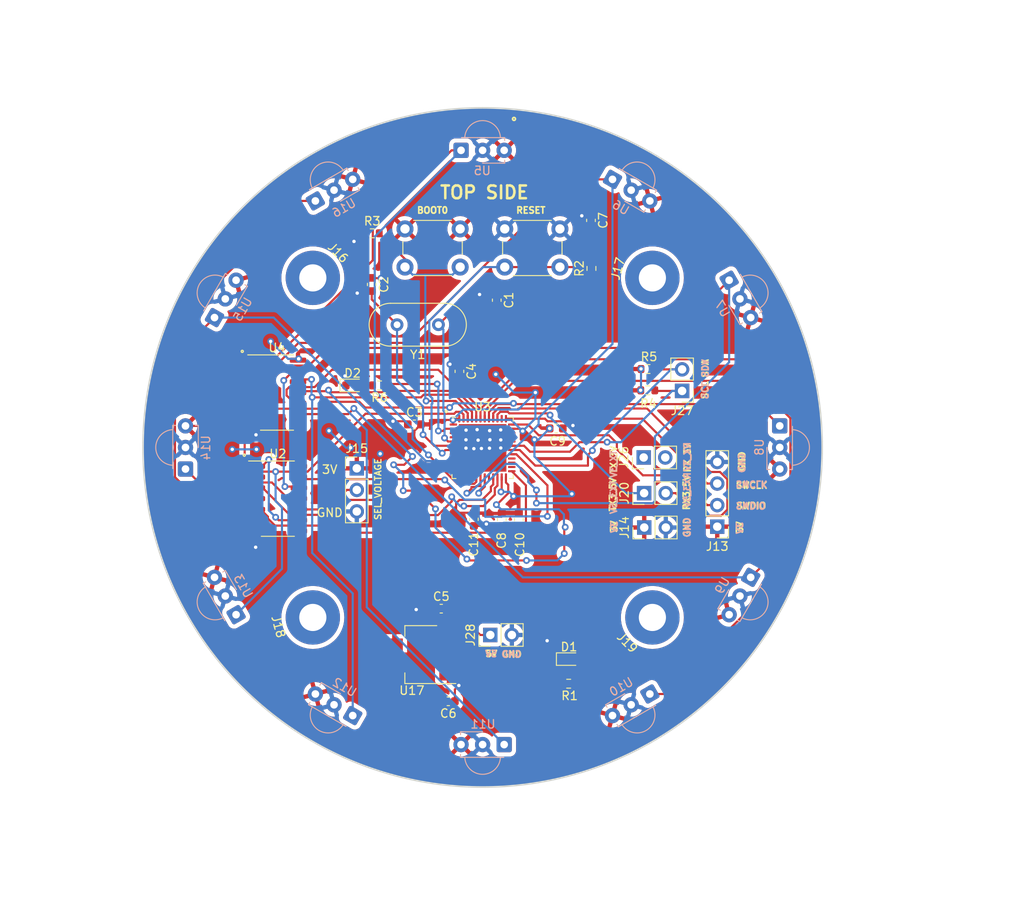
<source format=kicad_pcb>
(kicad_pcb (version 20221018) (generator pcbnew)
  (layers (0 "F.Cu" signal) (31 "B.Cu" signal) (34 "B.Paste" user) (35 "F.Paste" user) (36 "B.SilkS" user "B.Silkscreen") (37 "F.SilkS" user "F.Silkscreen") (38 "B.Mask" user) (39 "F.Mask" user) (44 "Edge.Cuts" user))
  (net 0 "")
  (net 1 "Net-(U3-PF0)")
  (net 2 "Net-(U3-PF1)")
  (net 3 "RESET")
  (net 4 "GND")
  (net 5 "+3.3V")
  (net 6 "OUT_GATE")
  (net 7 "Net-(J15-Pin_2)")
  (net 8 "Net-(U2-E)")
  (net 9 "Net-(D1-A)")
  (net 10 "I9")
  (net 11 "I10")
  (net 12 "I11")
  (net 13 "I12")
  (net 14 "TX")
  (net 15 "I1")
  (net 16 "BOOT0")
  (net 18 "RX")
  (net 19 "SCL")
  (net 20 "SDA")
  (net 21 "+5V")
  (net 22 "I2")
  (net 23 "I3")
  (net 24 "I4")
  (net 25 "I5")
  (net 26 "I6")
  (net 27 "I7")
  (net 28 "I8")
  (net 36 "LED0")
  (net 43 "SWDIO")
  (net 44 "SWCLK")
  (net 46 "TX3_5V")
  (net 47 "RX3_5V")
  (net 48 "TX_3V")
  (net 49 "RX_3V")
  (net 52 "Net-(U2-G)")
  (net 53 "Net-(U2-H)")
  (net 58 "Net-(D2-A)")
  (footprint "Resistor_SMD:R_0603_1608Metric" (layer "F.Cu") (at 123.55 93.67)
    (fp_text reference "R4")
    (fp_text value "4.7kR")
  )
  (footprint "Connector_PinHeader_2.54mm:PinHeader_1x02_P2.54mm_Vertical" (layer "F.Cu") (at 123.13 109.83 90)
    (fp_text reference "J14")
    (fp_text value "Conn_01x02_Pin")
  )
  (footprint "Resistor_SMD:R_0603_1608Metric" (layer "F.Cu") (at 123.575 91.16 180)
    (fp_text reference "R5")
    (fp_text value "4.7kR")
  )
  (footprint "Resistor_SMD:R_0603_1608Metric" (layer "F.Cu") (at 91.95 93.09 180)
    (fp_text reference "R6")
    (fp_text value "330R")
  )
  (footprint "Capacitor_SMD:C_0603_1608Metric" (layer "F.Cu") (at 96.05 97.68)
    (fp_text reference "C3")
    (fp_text value "100nF")
  )
  (footprint "Connector_PinHeader_2.54mm:PinHeader_1x04_P2.54mm_Vertical" (layer "F.Cu") (at 131.73 109.73 180)
    (fp_text reference "J13")
    (fp_text value "Conn_01x04_Pin")
  )
  (footprint "Package_DFN_QFN:QFN-48-1EP_7x7mm_P0.5mm_EP5.6x5.6mm" (layer "F.Cu") (at 104.09 100.45)
    (fp_text reference "U3")
    (fp_text value "STM32G431CBUx")
  )
  (footprint "Capacitor_SMD:C_0603_1608Metric" (layer "F.Cu") (at 112.76 98.16 180)
    (fp_text reference "C9")
    (fp_text value "100nF")
  )
  (footprint "Capacitor_SMD:C_0603_1608Metric" (layer "F.Cu") (at 91.03 81.2 -90)
    (fp_text reference "C2")
    (fp_text value "10pF")
  )
  (footprint "Package_SO:SO-14_3.9x8.65mm_P1.27mm" (layer "F.Cu") (at 79.97 106.43)
    (fp_text reference "U2")
    (fp_text value "HEF4082BT")
  )
  (footprint "Connector_PinHeader_2.54mm:PinHeader_1x02_P2.54mm_Vertical" (layer "F.Cu") (at 104.995 122.49 90)
    (fp_text reference "J28")
    (fp_text value "Conn_01x02_Pin")
  )
  (footprint "Capacitor_SMD:C_0603_1608Metric" (layer "F.Cu") (at 105.756 83.052 -90)
    (fp_text reference "C1")
    (fp_text value "10pF")
  )
  (footprint "Package_TO_SOT_SMD:SOT-223-3_TabPin2" (layer "F.Cu") (at 96.84 124.8 180)
    (fp_text reference "U17")
    (fp_text value "AMS1117-3.3")
  )
  (footprint "Capacitor_SMD:C_0603_1608Metric" (layer "F.Cu") (at 99.22 119.39)
    (fp_text reference "C5")
    (fp_text value "10uF")
  )
  (footprint "Capacitor_SMD:C_0603_1608Metric" (layer "F.Cu") (at 100.05 130.3 180)
    (fp_text reference "C6")
    (fp_text value "10uF")
  )
  (footprint "Resistor_SMD:R_0603_1608Metric" (layer "F.Cu") (at 114.23 128.23)
    (fp_text reference "R1")
    (fp_text value "330R")
  )
  (footprint "Capacitor_SMD:C_0603_1608Metric" (layer "F.Cu") (at 101.36 91.435 -90)
    (fp_text reference "C4")
    (fp_text value "100nF")
  )
  (footprint "MountingHole:MountingHole_3.2mm_M3_Pad" (layer "F.Cu") (at 84.09 80.425 -45)
    (fp_text reference "J16")
    (fp_text value "G")
  )
  (footprint "Capacitor_SMD:C_0603_1608Metric" (layer "F.Cu") (at 116.856 73.652 -90)
    (fp_text reference "C7")
    (fp_text value "100nF")
  )
  (footprint "Connector_PinHeader_2.54mm:PinHeader_1x02_P2.54mm_Vertical" (layer "F.Cu") (at 127.59 93.74 180)
    (fp_text reference "J27")
    (fp_text value "Conn_01x02_Pin")
  )
  (footprint "LED_SMD:LED_0603_1608Metric" (layer "F.Cu") (at 88.7725 93.09)
    (fp_text reference "D2")
    (fp_text value "LED")
  )
  (footprint "MountingHole:MountingHole_3.2mm_M3_Pad" (layer "F.Cu") (at 124.09 80.425 75)
    (fp_text reference "J17")
    (fp_text value "G")
  )
  (footprint "Resistor_SMD:R_0603_1608Metric" (layer "F.Cu") (at 116.91 79.31 90)
    (fp_text reference "R2")
    (fp_text value "10kR")
  )
  (footprint "Button_Switch_THT:SW_PUSH_6mm" (layer "F.Cu") (at 101.446 79.152 180)
    (fp_text reference "SW2" hide)
    (fp_text value "SW_Push")
  )
  (footprint "Connector_PinHeader_2.54mm:PinHeader_1x02_P2.54mm_Vertical" (layer "F.Cu") (at 123.115 105.78 90)
    (fp_text reference "J20")
    (fp_text value "Conn_01x02_Pin")
  )
  (footprint "MountingHole:MountingHole_3.2mm_M3_Pad" (layer "F.Cu") (at 124.09 120.425 135)
    (fp_text reference "J19")
    (fp_text value "G")
  )
  (footprint "Connector_PinHeader_2.54mm:PinHeader_1x03_P2.54mm_Vertical" (layer "F.Cu") (at 89.27 102.86)
    (fp_text reference "J15")
    (fp_text value "SEL_VOLTAGE")
  )
  (footprint "Capacitor_SMD:C_0603_1608Metric" (layer "F.Cu") (at 103.06 108.865 90)
    (fp_text reference "C11")
    (fp_text value "100nF")
  )
  (footprint "Crystal:Crystal_HC49-4H_Vertical" (layer "F.Cu") (at 98.89 85.94 180)
    (fp_text reference "Y1")
    (fp_text value "Crystal")
  )
  (footprint "Capacitor_SMD:C_0603_1608Metric" (layer "F.Cu") (at 106.35 108.88 90)
    (fp_text reference "C8")
    (fp_text value "100nF")
  )
  (footprint "LED_SMD:LED_0603_1608Metric" (layer "F.Cu") (at 114.2675 125.33)
    (fp_text reference "D1")
    (fp_text value "LED")
  )
  (footprint "MountingHole:MountingHole_3.2mm_M3_Pad" (layer "F.Cu") (at 84.09 120.425 105)
    (fp_text reference "J18")
    (fp_text value "G")
  )
  (footprint "Capacitor_SMD:C_0603_1608Metric" (layer "F.Cu") (at 108.36 108.89 90)
    (fp_text reference "C10")
    (fp_text value "4.7uF")
  )
  (footprint "Package_SO:SO-14_3.9x8.65mm_P1.27mm" (layer "F.Cu") (at 79.87 93.93)
    (fp_text reference "U4")
    (fp_text value "HEF4082BT")
  )
  (footprint "Connector_PinHeader_2.54mm:PinHeader_1x02_P2.54mm_Vertical" (layer "F.Cu") (at 123.065 101.58 90)
    (fp_text reference "J26")
    (fp_text value "Conn_01x02_Pin")
  )
  (footprint "Button_Switch_THT:SW_PUSH_6mm" (layer "F.Cu") (at 113.196 79.152 180)
    (fp_text reference "SW1" hide)
    (fp_text value "SW_Push")
  )
  (footprint "Resistor_SMD:R_0603_1608Metric" (layer "F.Cu") (at 91.09 75.17)
    (fp_text reference "R3")
    (fp_text value "10kR")
  )
  (footprint "Vishay:Vishay_MINICAST-3Pin" (layer "B.Cu") (at 86.59 70.0891 30)
    (fp_text reference "U16")
    (fp_text value "TSSP4038")
  )
  (footprint "Vishay:Vishay_MINICAST-3Pin" (layer "B.Cu") (at 121.59 130.7109 -150)
    (fp_text reference "U10")
    (fp_text value "TSSP4038")
  )
  (footprint "Vishay:Vishay_MINICAST-3Pin" (layer "B.Cu") (at 121.59 70.0891 -30)
    (fp_text reference "U6")
    (fp_text value "TSSP4038")
  )
  (footprint "Vishay:Vishay_MINICAST-3Pin" (layer "B.Cu") (at 139.09 100.4 -90)
    (fp_text reference "U8")
    (fp_text value "TSSP4038")
  )
  (footprint "Vishay:Vishay_MINICAST-3Pin" (layer "B.Cu") (at 134.4009 117.9 -120)
    (fp_text reference "U9")
    (fp_text value "TSSP4038")
  )
  (footprint "Vishay:Vishay_MINICAST-3Pin" (layer "B.Cu") (at 86.59 130.7109 150)
    (fp_text reference "U12")
    (fp_text value "TSSP4038")
  )
  (footprint "Vishay:Vishay_MINICAST-3Pin" (layer "B.Cu") (at 104.09 135.4 180)
    (fp_text reference "U11")
    (fp_text value "TSSP4038")
  )
  (footprint "Vishay:Vishay_MINICAST-3Pin" (layer "B.Cu") (at 134.4009 82.9 -60)
    (fp_text reference "U7")
    (fp_text value "TSSP4038")
  )
  (footprint "Vishay:Vishay_MINICAST-3Pin" (layer "B.Cu") (at 73.7791 82.9 60)
    (fp_text reference "U15")
    (fp_text value "TSSP4038")
  )
  (footprint "Vishay:Vishay_MINICAST-3Pin" (layer "B.Cu") (at 73.7791 117.9 120)
    (fp_text reference "U13")
    (fp_text value "TSSP4038")
  )
  (footprint "Vishay:Vishay_MINICAST-3Pin" (layer "B.Cu") (at 104.09 65.4)
    (fp_text reference "U5")
    (fp_text value "TSSP4038")
  )
  (footprint "Vishay:Vishay_MINICAST-3Pin" (layer "B.Cu") (at 69.09 100.4 90)
    (fp_text reference "U14")
    (fp_text value "TSSP4038")
  )
  (gr_circle (center 99.82 96.17) (end 99.85 96.13) (stroke (width 0.15)) (fill none) (layer "F.SilkS"))
  (gr_circle (center 76.02 101.31) (end 76.05 101.27) (stroke (width 0.15)) (fill none) (layer "F.SilkS"))
  (gr_circle (center 107.79 61.7) (end 107.860711 61.7) (stroke (width 0.2)) (fill none) (layer "F.SilkS"))
  (gr_circle (center 75.78 89.08) (end 75.81 89.04) (stroke (width 0.15)) (fill none) (layer "F.SilkS"))
  (gr_circle (center 104.09 100.4) (end 144.09 100.4) (stroke (width 0.2)) (fill none) (layer "Edge.Cuts"))
  (gr_text "3V" (at 120.04 108.97 90) (layer "B.SilkS") (effects (font (size 0.75 0.75) (thickness 0.1875) bold) (justify left bottom mirror)))
  (gr_text "SDA" (at 129.82 92.26 -90) (layer "B.SilkS") (effects (font (size 0.75 0.75) (thickness 0.1875) bold) (justify left bottom mirror)))
  (gr_text "5V" (at 105.89 125.15) (layer "B.SilkS") (effects (font (size 0.75 0.75) (thickness 0.1875) bold) (justify left bottom mirror)))
  (gr_text "TX_3V" (at 119.96 100.614 90) (layer "B.SilkS") (effects (font (size 0.75 0.75) (thickness 0.1875) bold) (justify left bottom mirror)))
  (gr_text "GND" (at 108.74 125.2) (layer "B.SilkS") (effects (font (size 0.75 0.75) (thickness 0.1875) bold) (justify left bottom mirror)))
  (gr_text "3V" (at 134.826 109.088 90) (layer "B.SilkS") (effects (font (size 0.75 0.75) (thickness 0.1875) bold) (justify left bottom mirror)))
  (gr_text "SCL" (at 129.81 94.82 -90) (layer "B.SilkS") (effects (font (size 0.75 0.75) (thickness 0.1875) bold) (justify left bottom mirror)))
  (gr_text "SWDIO" (at 133.81 106.802 180) (layer "B.SilkS") (effects (font (size 0.75 0.75) (thickness 0.1875) bold) (justify left bottom mirror)))
  (gr_text "GND" (at 128.643 108.556 90) (layer "B.SilkS") (effects (font (size 0.75 0.75) (thickness 0.1875) bold) (justify left bottom mirror)))
  (gr_text "SWCLK" (at 133.81 104.262 180) (layer "B.SilkS") (effects (font (size 0.75 0.75) (thickness 0.1875) bold) (justify left bottom mirror)))
  (gr_text "TX3_5V" (at 119.96 104.17 90) (layer "B.SilkS") (effects (font (size 0.75 0.75) (thickness 0.1875) bold) (justify left bottom mirror)))
  (gr_text "RX_3V" (at 128.643 99.666 90) (layer "B.SilkS") (effects (font (size 0.75 0.75) (thickness 0.1875) bold) (justify left bottom mirror)))
  (gr_text "RX3_5V" (at 128.643 103.222 90) (layer "B.SilkS") (effects (font (size 0.75 0.75) (thickness 0.1875) bold) (justify left bottom mirror)))
  (gr_text "GND" (at 135.08 100.96 90) (layer "B.SilkS") (effects (font (size 0.75 0.75) (thickness 0.1875) bold) (justify left bottom mirror)))
  (gr_text "RX_3V" (at 128.655 103.43 90) (layer "F.SilkS") (effects (font (size 0.75 0.75) (thickness 0.1875) bold) (justify left bottom)))
  (gr_text "GND" (at 135.08 103.31 90) (layer "F.SilkS") (effects (font (size 0.75 0.75) (thickness 0.1875) bold) (justify left bottom)))
  (gr_text "3V" (at 134.83 110.61 90) (layer "F.SilkS") (effects (font (size 0.75 0.75) (thickness 0.1875) bold) (justify left bottom)))
  (gr_text "SCL" (at 130.72 94.8 90) (layer "F.SilkS") (effects (font (size 0.75 0.75) (thickness 0.1875) bold) (justify left bottom)))
  (gr_text "BOOT0" (at 96.266 72.898) (layer "F.SilkS") (effects (font (size 0.75 0.75) (thickness 0.1875) bold) (justify left bottom)))
  (gr_text "GND" (at 86.08 108.08) (layer "F.SilkS") (effects (font (size 1 1))))
  (gr_text "RESET" (at 107.95 72.898) (layer "F.SilkS") (effects (font (size 0.75 0.75) (thickness 0.1875) bold) (justify left bottom)))
  (gr_text "RX3_5V" (at 128.555 107.88 90) (layer "F.SilkS") (effects (font (size 0.75 0.75) (thickness 0.1875) bold) (justify left bottom)))
  (gr_text "SWDIO" (at 133.88 107.71) (layer "F.SilkS") (effects (font (size 0.75 0.75) (thickness 0.1875) bold) (justify left bottom)))
  (gr_text "3V" (at 86.08 103) (layer "F.SilkS") (effects (font (size 1 1))))
  (gr_text "3V" (at 120.01 110.51 90) (layer "F.SilkS") (effects (font (size 0.75 0.75) (thickness 0.1875) bold) (justify left bottom)))
  (gr_text "TX3_5V" (at 119.872 108.028 90) (layer "F.SilkS") (effects (font (size 0.75 0.75) (thickness 0.1875) bold) (justify left bottom)))
  (gr_text "GND" (at 128.605 111.08 90) (layer "F.SilkS") (effects (font (size 0.75 0.75) (thickness 0.1875) bold) (justify left bottom)))
  (gr_text "5V" (at 104.32 125.14) (layer "F.SilkS") (effects (font (size 0.75 0.75) (thickness 0.1875) bold) (justify left bottom)))
  (gr_text "TX_3V" (at 119.972 103.578 90) (layer "F.SilkS") (effects (font (size 0.75 0.75) (thickness 0.1875) bold) (justify left bottom)))
  (gr_text "TOP SIDE" (at 104.3 70.358) (layer "F.SilkS") (effects (font (size 1.5 1.5) (thickness 0.3))))
  (gr_text "GND" (at 106.27 125.2) (layer "F.SilkS") (effects (font (size 0.75 0.75) (thickness 0.1875) bold) (justify left bottom)))
  (gr_text "SWCLK" (at 133.83 105.31) (layer "F.SilkS") (effects (font (size 0.75 0.75) (thickness 0.1875) bold) (justify left bottom)))
  (gr_text "SDA" (at 130.76 92.26 90) (layer "F.SilkS") (effects (font (size 0.75 0.75) (thickness 0.1875) bold) (justify left bottom)))
  (segment (start 98.89 85.94) (end 101.003 83.827) (width 0.25) (layer "F.Cu") (net 1))
  (segment (start 101.003 83.827) (end 105.756 83.827) (width 0.25) (layer "F.Cu") (net 1))
  (segment (start 100.0248 99.7) (end 100.6525 99.7) (width 0.25) (layer "F.Cu") (net 1))
  (segment (start 99.6072 99.2824) (end 100.0248 99.7) (width 0.25) (layer "F.Cu") (net 1))
  (via (at 99.6072 99.2824) (size 0.8) (drill 0.4) (layers "F.Cu" "B.Cu") (net 1))
  (segment (start 98.89 85.94) (end 99.4678 86.5178) (width 0.25) (layer "B.Cu") (net 1))
  (segment (start 99.4678 96.0725) (end 99.6071 96.2118) (width 0.25) (layer "B.Cu") (net 1))
  (segment (start 99.6071 99.2824) (end 99.6072 99.2824) (width 0.25) (layer "B.Cu") (net 1))
  (segment (start 99.6071 96.2118) (end 99.6071 99.2824) (width 0.25) (layer "B.Cu") (net 1))
  (segment (start 99.4678 86.5178) (end 99.4678 96.0725) (width 0.25) (layer "B.Cu") (net 1))
  (segment (start 94.01 85.94) (end 91.03 82.96) (width 0.25) (layer "F.Cu") (net 2))
  (segment (start 91.03 82.96) (end 91.03 81.975) (width 0.25) (layer "F.Cu") (net 2))
  (segment (start 100.6525 100.2) (end 98.3816 100.2) (width 0.25) (layer "F.Cu") (net 2))
  (segment (start 98.3816 100.2) (end 97.0754 98.8938) (width 0.25) (layer "F.Cu") (net 2))
  (via (at 97.0754 98.8938) (size 0.8) (drill 0.4) (layers "F.Cu" "B.Cu") (net 2))
  (segment (start 94.01 85.94) (end 94.01 92.5204) (width 0.25) (layer "B.Cu") (net 2))
  (segment (start 94.01 92.5204) (end 97.0754 95.5858) (width 0.25) (layer "B.Cu") (net 2))
  (segment (start 97.0754 95.5858) (end 97.0754 98.8938) (width 0.25) (layer "B.Cu") (net 2))
  (segment (start 113.196 79.152) (end 116.189 79.152) (width 0.25) (layer "F.Cu") (net 3))
  (segment (start 116.856 78.485) (end 116.91 78.485) (width 0.25) (layer "F.Cu") (net 3))
  (segment (start 116.856 78.485) (end 116.856 74.427) (width 0.25) (layer "F.Cu") (net 3))
  (segment (start 99.7068 100.7) (end 100.6525 100.7) (width 0.25) (layer "F.Cu") (net 3))
  (segment (start 99.3307 101.0761) (end 99.7068 100.7) (width 0.25) (layer "F.Cu") (net 3))
  (segment (start 106.696 79.152) (end 113.196 79.152) (width 0.25) (layer "F.Cu") (net 3))
  (segment (start 116.189 79.152) (end 116.856 78.485) (width 0.25) (layer "F.Cu") (net 3))
  (via (at 99.3307 101.0761) (size 0.8) (drill 0.4) (layers "F.Cu" "B.Cu") (net 3))
  (segment (start 98.0749 95.3126) (end 98.1658 95.2217) (width 0.25) (layer "B.Cu") (net 3))
  (segment (start 99.3307 101.0761) (end 98.0749 99.8203) (width 0.25) (layer "B.Cu") (net 3))
  (segment (start 98.1658 94.6179) (end 97.8116 94.2637) (width 0.25) (layer "B.Cu") (net 3))
  (segment (start 104.1464 79.152) (end 106.696 79.152) (width 0.25) (layer "B.Cu") (net 3))
  (segment (start 98.1658 95.2217) (end 98.1658 94.6179) (width 0.25) (layer "B.Cu") (net 3))
  (segment (start 98.0749 99.8203) (end 98.0749 95.3126) (width 0.25) (layer "B.Cu") (net 3))
  (segment (start 97.8116 85.4868) (end 104.1464 79.152) (width 0.25) (layer "B.Cu") (net 3))
  (segment (start 97.8116 94.2637) (end 97.8116 85.4868) (width 0.25) (layer "B.Cu") (net 3))
  (segment (start 98.3396 119.4954) (end 98.445 119.39) (width 0.25) (layer "F.Cu") (net 4))
  (segment (start 103.95 100.52) (end 104.02 100.52) (width 0.25) (layer "F.Cu") (net 4))
  (segment (start 113.48 124.9533) (end 113.48 125.33) (width 0.25) (layer "F.Cu") (net 4))
  (segment (start 99.99 127.1) (end 99.99 128.1769) (width 0.25) (layer "F.Cu") (net 4))
  (segment (start 106.335 109.64) (end 106.35 109.655) (width 0.25) (layer "F.Cu") (net 4))
  (segment (start 106.35 109.655) (end 108.35 109.655) (width 0.25) (layer "F.Cu") (net 4))
  (segment (start 90.265 75.17) (end 89.9 75.17) (width 0.25) (layer "F.Cu") (net 4))
  (segment (start 103.7298 82.3805) (end 105.6525 82.3805) (width 0.25) (layer "F.Cu") (net 4))
  (segment (start 89.32 82.135) (end 91.03 80.425) (width 0.25) (layer "F.Cu") (net 4))
  (segment (start 103.06 109.64) (end 104.5311 109.64) (width 0.25) (layer "F.Cu") (net 4))
  (segment (start 100.2401 90.5964) (end 101.2964 90.5964) (width 0.25) (layer "F.Cu") (net 4))
  (segment (start 104.5311 109.64) (end 104.5311 109.418) (width 0.25) (layer "F.Cu") (net 4))
  (segment (start 89.32 82.22) (end 89.32 82.135) (width 0.25) (layer "F.Cu") (net 4))
  (segment (start 111.6919 123.1652) (end 113.48 124.9533) (width 0.25) (layer "F.Cu") (net 4))
  (segment (start 77.395 98.91) (end 77.395 97.74) (width 0.25) (layer "F.Cu") (net 4))
  (segment (start 96.2676 119.4954) (end 98.3396 119.4954) (width 0.25) (layer "F.Cu") (net 4))
  (segment (start 93.5333 97.3126) (end 94.9076 97.3126) (width 0.25) (layer "F.Cu") (net 4))
  (segment (start 114.7293 97.8136) (end 113.8814 97.8136) (width 0.25) (layer "F.Cu") (net 4))
  (segment (start 115.7734 73.1094) (end 116.6236 73.1094) (width 0.25) (layer "F.Cu") (net 4))
  (segment (start 89.9 75.17) (end 88.94 76.13) (width 0.25) (layer "F.Cu") (net 4))
  (segment (start 94.9076 97.3126) (end 95.275 97.68) (width 0.25) (layer "F.Cu") (net 4))
  (segment (start 108.35 109.655) (end 108.36 109.665) (width 0.25) (layer "F.Cu") (net 4))
  (segment (start 101.2964 90.5964) (end 101.36 90.66) (width 0.25) (layer "F.Cu") (net 4))
  (segment (start 87.985 92.0885) (end 87.985 93.09) (width 0.25) (layer "F.Cu") (net 4))
  (segment (start 91.03 80.425) (end 91.0639 80.4589) (width 0.25) (layer "F.Cu") (net 4))
  (segment (start 87.8748 91.9783) (end 87.985 92.0885) (width 0.25) (layer "F.Cu") (net 4))
  (segment (start 101.2898 128.4383) (end 100.825 128.9031) (width 0.25) (layer "F.Cu") (net 4))
  (segment (start 104.5311 109.64) (end 106.335 109.64) (width 0.25) (layer "F.Cu") (net 4))
  (segment (start 101.0284 128.1769) (end 99.99 128.1769) (width 0.25) (layer "F.Cu") (net 4))
  (segment (start 77.495 112.0133) (end 77.495 110.24) (width 0.25) (layer "F.Cu") (net 4))
  (segment (start 105.6525 82.3805) (end 105.756 82.277) (width 0.25) (layer "F.Cu") (net 4))
  (segment (start 113.8814 97.8136) (end 113.535 98.16) (width 0.25) (layer "F.Cu") (net 4))
  (segment (start 104.02 100.52) (end 104.09 100.45) (width 0.25) (layer "F.Cu") (net 4))
  (segment (start 116.6236 73.1094) (end 116.856 72.877) (width 0.25) (layer "F.Cu") (net 4))
  (segment (start 91.0639 80.4589) (end 92.1279 80.4589) (width 0.25) (layer "F.Cu") (net 4))
  (segment (start 100.825 128.9031) (end 100.825 130.3) (width 0.25) (layer "F.Cu") (net 4))
  (segment (start 101.2898 128.4383) (end 101.0284 128.1769) (width 0.25) (layer "F.Cu") (net 4))
  (segment (start 77.3547 112.1536) (end 77.495 112.0133) (width 0.25) (layer "F.Cu") (net 4))
  (via (at 104.95 99.49) (size 0.8) (drill 0.4) (layers "F.Cu" "B.Cu") (net 4))
  (via (at 106.23 99.51) (size 0.8) (drill 0.4) (layers "F.Cu" "B.Cu") (net 4))
  (via (at 93.5333 97.3126) (size 0.8) (drill 0.4) (layers "F.Cu" "B.Cu") (net 4))
  (via (at 102.13 100.48) (size 0.8) (drill 0.4) (layers "F.Cu" "B.Cu") (net 4))
  (via (at 103.7298 82.3805) (size 0.8) (drill 0.4) (layers "F.Cu" "B.Cu") (net 4))
  (via (at 114.7293 97.8136) (size 0.8) (drill 0.4) (layers "F.Cu" "B.Cu") (net 4))
  (via (at 104.9 100.49) (size 0.8) (drill 0.4) (layers "F.Cu" "B.Cu") (net 4))
  (via (at 104.5311 109.418) (size 0.8) (drill 0.4) (layers "F.Cu" "B.Cu") (net 4))
  (via (at 103.06 100.54) (size 0.8) (drill 0.4) (layers "F.Cu" "B.Cu") (net 4))
  (via (at 103.56 99.54) (size 0.8) (drill 0.4) (layers "F.Cu" "B.Cu") (net 4))
  (via (at 89.32 82.22) (size 0.8) (drill 0.4) (layers "F.Cu" "B.Cu") (net 4))
  (via (at 102.13 99.5) (size 0.8) (drill 0.4) (layers "F.Cu" "B.Cu") (net 4))
  (via (at 106.23 100.46) (size 0.8) (drill 0.4) (layers "F.Cu" "B.Cu") (net 4))
  (via (at 103.44 98.3) (size 0.8) (drill 0.4) (layers "F.Cu" "B.Cu") (net 4))
  (via (at 102.14 98.36) (size 0.8) (drill 0.4) (layers "F.Cu" "B.Cu") (net 4))
  (via (at 77.3547 112.1536) (size 0.8) (drill 0.4) (layers "F.Cu" "B.Cu") (net 4))
  (via (at 106.22 98.33) (size 0.8) (drill 0.4) (layers "F.Cu" "B.Cu") (net 4))
  (via (at 77.395 98.91) (size 0.8) (drill 0.4) (layers "F.Cu" "B.Cu") (net 4))
  (via (at 111.6919 123.1652) (size 0.8) (drill 0.4) (layers "F.Cu" "B.Cu") (net 4))
  (via (at 101.2898 128.4383) (size 0.8) (drill 0.4) (layers "F.Cu" "B.Cu") (net 4))
  (via (at 96.2676 119.4954) (size 0.8) (drill 0.4) (layers "F.Cu" "B.Cu") (net 4))
  (via (at 115.7734 73.1094) (size 0.8) (drill 0.4) (layers "F.Cu" "B.Cu") (net 4))
  (via (at 87.8748 91.9783) (size 0.8) (drill 0.4) (layers "F.Cu" "B.Cu") (net 4))
  (via (at 88.94 76.13) (size 0.8) (drill 0.4) (layers "F.Cu" "B.Cu") (net 4))
  (via (at 104.92 98.42) (size 0.8) (drill 0.4) (layers "F.Cu" "B.Cu") (net 4))
  (via (at 103.95 100.52) (size 0.8) (drill 0.4) (layers "F.Cu" "B.Cu") (net 4))
  (via (at 100.2401 90.5964) (size 0.8) (drill 0.4) (layers "F.Cu" "B.Cu") (net 4))
  (via (at 92.1279 80.4589) (size 0.8) (drill 0.4) (layers "F.Cu" "B.Cu") (net 4))
  (segment (start 89.32 76.51) (end 89.32 82.22) (width 0.25) (layer "B.Cu") (net 4))
  (segment (start 93.5333 98.132195) (end 97.400255 101.99915) (width 0.25) (layer "B.Cu") (net 4))
  (segment (start 100.61085 101.99915) (end 102.13 100.48) (width 0.25) (layer "B.Cu") (net 4))
  (segment (start 102.14 99.51) (end 102.13 99.5) (width 3) (layer "B.Cu") (net 4))
  (segment (start 106.23 99.51) (end 102.14 99.51) (width 3) (layer "B.Cu") (net 4))
  (segment (start 88.94 76.13) (end 89.32 76.51) (width 0.25) (layer "B.Cu") (net 4))
  (segment (start 97.400255 101.99915) (end 100.61085 101.99915) (width 0.25) (layer "B.Cu") (net 4))
  (segment (start 93.5333 97.3126) (end 93.5333 98.132195) (width 0.25) (layer "B.Cu") (net 4))
  (segment (start 82.445 100.955) (end 77.785 100.955) (width 0.25) (layer "F.Cu") (net 5))
  (segment (start 89.27 102.86) (end 89.27 101.15) (width 0.25) (layer "F.Cu") (net 5))
  (segment (start 100.7426 97.0125) (end 100.6 97.1551) (width 0.25) (layer "F.Cu") (net 5))
  (segment (start 110.151219 99.52) (end 108.66 99.52) (width 0.25) (layer "F.Cu") (net 5))
  (segment (start 100.6 97.1551) (end 100.6 97.6475) (width 0.25) (layer "F.Cu") (net 5))
  (segment (start 82.345 90.035) (end 82.42 89.96) (width 0.25) (layer "F.Cu") (net 5))
  (segment (start 105.34 104.757565) (end 105.0645 105.033065) (width 0.25) (layer "F.Cu") (net 5))
  (segment (start 108.54 98.2) (end 108.81 98.47) (width 0.25) (layer "F.Cu") (net 5))
  (segment (start 82.445 102.62) (end 82.445 100.955) (width 0.25) (layer "F.Cu") (net 5))
  (segment (start 100.9701 107.7301) (end 101.33 108.09) (width 0.25) (layer "F.Cu") (net 5))
  (segment (start 104.0309 106.5791) (end 101.3609 106.5791) (width 0.25) (layer "F.Cu") (net 5))
  (segment (start 96.825 97.68) (end 97.65 97.68) (width 0.25) (layer "F.Cu") (net 5))
  (segment (start 84.97 98.43) (end 86 98.43) (width 0.25) (layer "F.Cu") (net 5))
  (segment (start 106.34 105.540707) (end 106.34 103.8875) (width 0.25) (layer "F.Cu") (net 5))
  (segment (start 108.36 108.115) (end 106.36 108.115) (width 0.25) (layer "F.Cu") (net 5))
  (segment (start 77.785 100.955) (end 77.45 100.62) (width 0.25) (layer "F.Cu") (net 5))
  (segment (start 82.345 90.12) (end 82.345 90.035) (width 0.25) (layer "F.Cu") (net 5))
  (segment (start 71.84 97.86) (end 74.6 100.62) (width 0.25) (layer "F.Cu") (net 5))
  (segment (start 106.35 108.105) (end 103.075 108.105) (width 0.25) (layer "F.Cu") (net 5))
  (segment (start 107.5275 98.2) (end 108.54 98.2) (width 0.25) (layer "F.Cu") (net 5))
  (segment (start 106.36 108.115) (end 106.35 108.105) (width 0.25) (layer "F.Cu") (net 5))
  (segment (start 118.56 109.83) (end 123.13 109.83) (width 0.25) (layer "F.Cu") (net 5))
  (segment (start 103.075 108.105) (end 103.06 108.09) (width 0.25) (layer "F.Cu") (net 5))
  (segment (start 114.6 105.87) (end 118.56 109.83) (width 0.25) (layer "F.Cu") (net 5))
  (segment (start 105.21 92.21) (end 101.36 92.21) (width 0.25) (layer "F.Cu") (net 5))
  (segment (start 105.64 91.78) (end 105.21 92.21) (width 0.25) (layer "F.Cu") (net 5))
  (segment (start 101.34 97.0125) (end 100.7426 97.0125) (width 0.25) (layer "F.Cu") (net 5))
  (segment (start 101.33 108.09) (end 103.06 108.09) (width 0.25) (layer "F.Cu") (net 5))
  (segment (start 98.1749 97.1551) (end 100.6 97.1551) (width 0.25) (layer "F.Cu") (net 5))
  (segment (start 100.6 97.6475) (end 100.6525 97.7) (width 0.25) (layer "F.Cu") (net 5))
  (segment (start 97.65 97.68) (end 98.1749 97.1551) (width 0.25) (layer "F.Cu") (net 5))
  (segment (start 110.195311 99.475908) (end 110.151219 99.52) (width 0.25) (layer "F.Cu") (net 5))
  (segment (start 108.66 99.52) (end 108.66 98.62) (width 0.25) (layer "F.Cu") (net 5))
  (segment (start 108.66 98.62) (end 108.81 98.47) (width 0.25) (layer "F.Cu") (net 5))
  (segment (start 101.3609 106.5791) (end 100.9701 106.9699) (width 0.25) (layer "F.Cu") (net 5))
  (segment (start 105.0645 105.5455) (end 104.0309 106.5791) (width 0.25) (layer "F.Cu") (net 5))
  (segment (start 100.9701 106.9699) (end 100.9701 107.7301) (width 0.25) (layer "F.Cu") (net 5))
  (segment (start 105.0645 105.033065) (end 105.0645 105.5455) (width 0.25) (layer "F.Cu") (net 5))
  (segment (start 89.27 101.15) (end 88.55 100.43) (width 0.25) (layer "F.Cu") (net 5))
  (segment (start 105.34 103.8875) (end 105.34 104.757565) (width 0.25) (layer "F.Cu") (net 5))
  (segment (start 82.445 100.955) (end 84.97 98.43) (width 0.25) (layer "F.Cu") (net 5))
  (segment (start 69.09 97.86) (end 71.84 97.86) (width 0.25) (layer "F.Cu") (net 5))
  (segment (start 93.365 101.14) (end 92.03 101.14) (width 0.25) (layer "F.Cu") (net 5))
  (segment (start 96.825 97.68) (end 93.365 101.14) (width 0.25) (layer "F.Cu") (net 5))
  (segment (start 106.251253 105.629454) (end 106.34 105.540707) (width 0.25) (layer "F.Cu") (net 5))
  (via (at 100.6 97.1551) (size 0.8) (drill 0.4) (layers "F.Cu" "B.Cu") (net 5))
  (via (at 82.42 89.96) (size 0.8) (drill 0.4) (layers "F.Cu" "B.Cu") (net 5))
  (via (at 86 98.43) (size 0.8) (drill 0.4) (layers "F.Cu" "B.Cu") (net 5))
  (via (at 110.31 93.93) (size 0.8) (drill 0.4) (layers "F.Cu" "B.Cu") (net 5))
  (via (at 92.03 101.14) (size 0.8) (drill 0.4) (layers "F.Cu" "B.Cu") (net 5))
  (via (at 74.6 100.62) (size 0.8) (drill 0.4) (layers "F.Cu" "B.Cu") (net 5))
  (via (at 114.6 105.87) (size 0.8) (drill 0.4) (layers "F.Cu" "B.Cu") (net 5))
  (via (at 77.45 100.62) (size 0.8) (drill 0.4) (layers "F.Cu" "B.Cu") (net 5))
  (via (at 110.195311 99.475908) (size 0.8) (drill 0.4) (layers "F.Cu" "B.Cu") (net 5))
  (via (at 106.251253 105.629454) (size 0.8) (drill 0.4) (layers "F.Cu" "B.Cu") (net 5))
  (via (at 122.75 91.14) (size 0.8) (drill 0.4) (layers "F.Cu" "B.Cu") (net 5))
  (via (at 82.42 89.96) (size 0.8) (drill 0.4) (layers "F.Cu" "B.Cu") (net 5))
  (via (at 122.7 93.66) (size 0.8) (drill 0.4) (layers "F.Cu" "B.Cu") (net 5))
  (via (at 88.55 100.43) (size 0.8) (drill 0.4) (layers "F.Cu" "B.Cu") (net 5))
  (via (at 108.81 98.47) (size 0.8) (drill 0.4) (layers "F.Cu" "B.Cu") (net 5))
  (via (at 79.12 87.9) (size 0.8) (drill 0.4) (layers "F.Cu" "B.Cu") (net 5))
  (via (at 111.985 98.16) (size 0.8) (drill 0.4) (layers "F.Cu" "B.Cu") (net 5))
  (via (at 105.64 91.78) (size 0.8) (drill 0.4) (layers "F.Cu" "B.Cu") (net 5))
  (via (at 107.742609 106.148444) (size 0.8) (drill 0.4) (layers "F.Cu" "B.Cu") (net 5))
  (segment (start 88.55 100.43) (end 88 100.43) (width 0.25) (layer "B.Cu") (net 5))
  (segment (start 100.6 97.1551) (end 101.8267 95.9284) (width 0.25) (layer "B.Cu") (net 5))
  (segment (start 110.195311 101.465311) (end 114.6 105.87) (width 0.25) (layer "B.Cu") (net 5))
  (segment (start 108.78 98.47) (end 108.81 98.47) (width 0.25) (layer "B.Cu") (net 5))
  (segment (start 110.31 96.97) (end 110.31 93.93) (width 0.25) (layer "B.Cu") (net 5))
  (segment (start 108.3116 95.9284) (end 110.31 93.93) (width 0.25) (layer "B.Cu") (net 5))
  (segment (start 107.742609 106.148444) (end 114.321556 106.148444) (width 0.25) (layer "B.Cu") (net 5))
  (segment (start 81.18 89.96) (end 79.12 87.9) (width 0.25) (layer "B.Cu") (net 5))
  (segment (start 114.321556 106.148444) (end 114.6 105.87) (width 0.25) (layer "B.Cu") (net 5))
  (segment (start 108.81 98.47) (end 110.31 96.97) (width 0.25) (layer "B.Cu") (net 5))
  (segment (start 107.223619 105.629454) (end 107.742609 106.148444) (width 0.25) (layer "B.Cu") (net 5))
  (segment (start 122.75 93.61) (end 122.7 93.66) (width 0.25) (layer "B.Cu") (net 5))
  (segment (start 107.4651 97.1551) (end 108.78 98.47) (width 0.25) (layer "B.Cu") (net 5))
  (segment (start 110.669092 99.475908) (end 111.985 98.16) (width 0.25) (layer "B.Cu") (net 5))
  (segment (start 122.75 91.14) (end 122.75 93.61) (width 0.25) (layer "B.Cu") (net 5))
  (segment (start 110.195311 99.475908) (end 110.195311 101.465311) (width 0.25) (layer "B.Cu") (net 5))
  (segment (start 77.45 100.62) (end 74.6 100.62) (width 0.25) (layer "B.Cu") (net 5))
  (segment (start 88 100.43) (end 86 98.43) (width 0.25) (layer "B.Cu") (net 5))
  (segment (start 107.79 93.93) (end 105.64 91.78) (width 0.25) (layer "B.Cu") (net 5))
  (segment (start 82.42 89.96) (end 81.18 89.96) (width 0.25) (layer "B.Cu") (net 5))
  (segment (start 110.195311 99.475908) (end 110.669092 99.475908) (width 0.25) (layer "B.Cu") (net 5))
  (segment (start 106.251253 105.629454) (end 107.223619 105.629454) (width 0.25) (layer "B.Cu") (net 5))
  (segment (start 74.6 100.62) (end 74.55 100.57) (width 0.25) (layer "B.Cu") (net 5))
  (segment (start 100.6 97.1551) (end 107.4651 97.1551) (width 0.25) (layer "B.Cu") (net 5))
  (segment (start 101.8267 95.9284) (end 108.3116 95.9284) (width 0.25) (layer "B.Cu") (net 5))
  (segment (start 110.31 93.93) (end 107.79 93.93) (width 0.25) (layer "B.Cu") (net 5))
  (segment (start 108.0575 101.2) (end 107.5275 101.2) (width 0.25) (layer "F.Cu") (net 6))
  (segment (start 111.7275 104.87) (end 108.0575 101.2) (width 0.25) (layer "F.Cu") (net 6))
  (segment (start 82.6849 104.1299) (end 99.5336 104.1299) (width 0.25) (layer "F.Cu") (net 6))
  (segment (start 82.445 103.89) (end 82.6849 104.1299) (width 0.25) (layer "F.Cu") (net 6))
  (segment (start 111.7275 108.5146) (end 111.7275 104.87) (width 0.25) (layer "F.Cu") (net 6))
  (segment (start 99.5336 104.1299) (end 99.6333 104.2296) (width 0.25) (layer "F.Cu") (net 6))
  (via (at 99.6333 104.2296) (size 0.8) (drill 0.4) (layers "F.Cu" "B.Cu") (net 6))
  (via (at 111.7275 108.5146) (size 0.8) (drill 0.4) (layers "F.Cu" "B.Cu") (net 6))
  (segment (start 106.3638 108.5146) (end 111.7275 108.5146) (width 0.25) (layer "B.Cu") (net 6))
  (segment (start 106.3184 108.56) (end 106.3638 108.5146) (width 0.25) (layer "B.Cu") (net 6))
  (segment (start 99.6333 104.2296) (end 101.9507 106.547) (width 0.25) (layer "B.Cu") (net 6))
  (segment (start 104.3962 108.5462) (end 104.41 108.56) (width 0.25) (layer "B.Cu") (net 6))
  (segment (start 101.9507 106.547) (end 104.3962 106.547) (width 0.25) (layer "B.Cu") (net 6))
  (segment (start 104.3962 106.547) (end 104.3962 108.5462) (width 0.25) (layer "B.Cu") (net 6))
  (segment (start 104.41 108.56) (end 106.3184 108.56) (width 0.25) (layer "B.Cu") (net 6))
  (segment (start 85.7931 107.7) (end 88.0931 105.4) (width 0.25) (layer "F.Cu") (net 7))
  (segment (start 89.27 105.4) (end 88.0931 105.4) (width 0.25) (layer "F.Cu") (net 7))
  (segment (start 82.445 107.7) (end 85.7931 107.7) (width 0.25) (layer "F.Cu") (net 7))
  (segment (start 78.1109 102.62) (end 77.495 102.62) (width 0.25) (layer "F.Cu") (net 8))
  (segment (start 82.445 108.97) (end 80.0573 108.97) (width 0.25) (layer "F.Cu") (net 8))
  (segment (start 80.0573 108.97) (end 79.7124 108.6251) (width 0.25) (layer "F.Cu") (net 8))
  (segment (start 78.9051 101.8258) (end 78.1109 102.62) (width 0.25) (layer "F.Cu") (net 8))
  (via (at 78.9051 101.8258) (size 0.8) (drill 0.4) (layers "F.Cu" "B.Cu") (net 8))
  (via (at 79.7124 108.6251) (size 0.8) (drill 0.4) (layers "F.Cu" "B.Cu") (net 8))
  (segment (start 78.9051 101.8258) (end 78.9051 107.8178) (width 0.25) (layer "B.Cu") (net 8))
  (segment (start 78.9051 107.8178) (end 79.7124 108.6251) (width 0.25) (layer "B.Cu") (net 8))
  (segment (start 115.055 125.33) (end 115.055 128.23) (width 0.25) (layer "F.Cu") (net 9))
  (segment (start 100.9638 96.2012) (end 101.5234 96.2012) (width 0.25) (layer "F.Cu") (net 10))
  (segment (start 90.2923 96.4306) (end 100.7344 96.4306) (width 0.25) (layer "F.Cu") (net 10))
  (segment (start 101.84 96.5178) (end 101.84 97.0125) (width 0.25) (layer "F.Cu") (net 10))
  (segment (start 83.4753 103.2476) (end 90.2923 96.4306) (width 0.25) (layer "F.Cu") (net 10))
  (segment (start 78.1374 103.2476) (end 79.7046 103.2476) (width 0.25) (layer "F.Cu") (net 10))
  (segment (start 100.7344 96.4306) (end 100.9638 96.2012) (width 0.25) (layer "F.Cu") (net 10))
  (segment (start 101.5234 96.2012) (end 101.84 96.5178) (width 0.25) (layer "F.Cu") (net 10))
  (segment (start 77.495 103.89) (end 78.1374 103.2476) (width 0.25) (layer "F.Cu") (net 10))
  (segment (start 79.7046 103.2476) (end 83.4753 103.2476) (width 0.25) (layer "F.Cu") (net 10))
  (via (at 79.7046 103.2476) (size 0.8) (drill 0.4) (layers "F.Cu" "B.Cu") (net 10))
  (segment (start 80.4566 107.4778) (end 79.7046 106.7258) (width 0.25) (layer "B.Cu") (net 10))
  (segment (start 79.7046 106.7258) (end 79.7046 103.2476) (width 0.25) (layer "B.Cu") (net 10))
  (segment (start 75.0491 120.0997) (end 80.4566 114.6922) (width 0.25) (layer "B.Cu") (net 10))
  (segment (start 80.4566 114.6922) (end 80.4566 107.4778) (width 0.25) (layer "B.Cu") (net 10))
  (segment (start 88.0367 106.5769) (end 91.3168 106.5769) (width 0.25) (layer "F.Cu") (net 11))
  (segment (start 69.09 102.94) (end 71.31 105.16) (width 0.25) (layer "F.Cu") (net 11))
  (segment (start 100.45 106.755305) (end 100.45 106.21) (width 0.25) (layer "F.Cu") (net 11))
  (segment (start 91.3168 106.5769) (end 91.3168 106.5768) (width 0.25) (layer "F.Cu") (net 11))
  (segment (start 77.495 105.16) (end 78.1848 105.16) (width 0.25) (layer "F.Cu") (net 11))
  (segment (start 105.526253 105.964695) (end 104.187348 107.3036) (width 0.25) (layer "F.Cu") (net 11))
  (segment (start 81.3598 108.335) (end 86.2786 108.335) (width 0.25) (layer "F.Cu") (net 11))
  (segment (start 98.840305 108.365) (end 100.45 106.755305) (width 0.25) (layer "F.Cu") (net 11))
  (segment (start 93.1049 108.365) (end 98.840305 108.365) (width 0.25) (layer "F.Cu") (net 11))
  (segment (start 105.84 104.8904) (end 105.84 103.8875) (width 0.25) (layer "F.Cu") (net 11))
  (segment (start 91.3168 106.5769) (end 93.1049 108.365) (width 0.25) (layer "F.Cu") (net 11))
  (segment (start 86.2786 108.335) (end 88.0367 106.5769) (width 0.25) (layer "F.Cu") (net 11))
  (segment (start 78.1848 105.16) (end 81.3598 108.335) (width 0.25) (layer "F.Cu") (net 11))
  (segment (start 104.187348 107.3036) (end 101.88 107.3036) (width 0.25) (layer "F.Cu") (net 11))
  (segment (start 71.31 105.16) (end 77.495 105.16) (width 0.25) (layer "F.Cu") (net 11))
  (segment (start 105.526253 105.204147) (end 105.526253 105.964695) (width 0.25) (layer "F.Cu") (net 11))
  (segment (start 105.84 104.8904) (end 105.526253 105.204147) (width 0.25) (layer "F.Cu") (net 11))
  (via (at 100.45 106.21) (size 0.8) (drill 0.4) (layers "F.Cu" "B.Cu") (net 11))
  (via (at 101.88 107.3036) (size 0.8) (drill 0.4) (layers "F.Cu" "B.Cu") (net 11))
  (segment (start 100.73 106.49) (end 100.73 106.59) (width 0.25) (layer "B.Cu") (net 11))
  (segment (start 101.88 107.3036) (end 101.4436 107.3036) (width 0.25) (layer "B.Cu") (net 11))
  (segment (start 100.45 106.21) (end 100.73 106.49) (width 0.25) (layer "B.Cu") (net 11))
  (segment (start 101.4436 107.3036) (end 100.73 106.59) (width 0.25) (layer "B.Cu") (net 11))
  (segment (start 67.8519 103.8938) (end 67.8519 89.7569) (width 0.25) (layer "F.Cu") (net 12))
  (segment (start 93.61 102.44) (end 94.85 102.44) (width 0.25) (layer "F.Cu") (net 12))
  (segment (start 102.4 113.71) (end 102.24 113.55) (width 0.25) (layer "F.Cu") (net 12))
  (segment (start 105.766605 107.1387) (end 105.7113 107.1387) (width 0.25) (layer "F.Cu") (net 12))
  (segment (start 94.85 102.44) (end 95.8329 101.4571) (width 0.25) (layer "F.Cu") (net 12))
  (segment (start 77.495 106.43) (end 70.3881 106.43) (width 0.25) (layer "F.Cu") (net 12))
  (segment (start 107.11 104.7995) (end 106.84 104.5295) (width 0.25) (layer "F.Cu") (net 12))
  (segment (start 107.11 105.795305) (end 105.766605 107.1387) (width 0.25) (layer "F.Cu") (net 12))
  (segment (start 70.3881 106.43) (end 67.8519 103.8938) (width 0.25) (layer "F.Cu") (net 12))
  (segment (start 96.39 105.49) (end 94.74 105.49) (width 0.25) (layer "F.Cu") (net 12))
  (segment (start 67.8519 89.7569) (end 72.5091 85.0997) (width 0.25) (layer "F.Cu") (net 12))
  (segment (start 107.11 105.795305) (end 107.11 104.7995) (width 0.25) (layer "F.Cu") (net 12))
  (segment (start 109.26 113.71) (end 102.4 113.71) (width 0.25) (layer "F.Cu") (net 12))
  (segment (start 98.54 107.64) (end 96.39 105.49) (width 0.25) (layer "F.Cu") (net 12))
  (segment (start 113.82 109.79) (end 113.71 109.9) (width 0.25) (layer "F.Cu") (net 12))
  (segment (start 113.71 109.9) (end 113.71 112.89) (width 0.25) (layer "F.Cu") (net 12))
  (segment (start 106.84 104.5295) (end 106.84 103.8875) (width 0.25) (layer "F.Cu") (net 12))
  (via (at 105.7113 107.1387) (size 0.8) (drill 0.4) (layers "F.Cu" "B.Cu") (net 12))
  (via (at 98.54 107.64) (size 0.8) (drill 0.4) (layers "F.Cu" "B.Cu") (net 12))
  (via (at 113.71 112.89) (size 0.8) (drill 0.4) (layers "F.Cu" "B.Cu") (net 12))
  (via (at 113.82 109.79) (size 0.8) (drill 0.4) (layers "F.Cu" "B.Cu") (net 12))
  (via (at 94.74 105.49) (size 0.8) (drill 0.4) (layers "F.Cu" "B.Cu") (net 12))
  (via (at 93.61 102.44) (size 0.8) (drill 0.4) (layers "F.Cu" "B.Cu") (net 12))
  (via (at 102.24 113.55) (size 0.8) (drill 0.4) (layers "F.Cu" "B.Cu") (net 12))
  (via (at 109.26 113.71) (size 0.8) (drill 0.4) (layers "F.Cu" "B.Cu") (net 12))
  (via (at 95.8329 101.4571) (size 0.8) (drill 0.4) (layers "F.Cu" "B.Cu") (net 12))
  (segment (start 94.74 105.49) (end 94.74 103.57) (width 0.25) (layer "B.Cu") (net 12))
  (segment (start 106.2545 107.6819) (end 113.0719 107.6819) (width 0.25) (layer "B.Cu") (net 12))
  (segment (start 79.4755 85.0997) (end 95.8329 101.4571) (width 0.25) (layer "B.Cu") (net 12))
  (segment (start 102.24 113.55) (end 98.54 109.85) (width 0.25) (layer "B.Cu") (net 12))
  (segment (start 72.5091 85.0997) (end 79.4755 85.0997) (width 0.25) (layer "B.Cu") (net 12))
  (segment (start 113.67 108.28) (end 113.67 109.64) (width 0.25) (layer "B.Cu") (net 12))
  (segment (start 113.67 109.64) (end 113.82 109.79) (width 0.25) (layer "B.Cu") (net 12))
  (segment (start 94.74 103.57) (end 93.61 102.44) (width 0.25) (layer "B.Cu") (net 12))
  (segment (start 98.54 109.85) (end 98.54 107.64) (width 0.25) (layer "B.Cu") (net 12))
  (segment (start 113.0719 107.6819) (end 113.67 108.28) (width 0.25) (layer "B.Cu") (net 12))
  (segment (start 113.71 112.89) (end 112.89 113.71) (width 0.25) (layer "B.Cu") (net 12))
  (segment (start 112.89 113.71) (end 109.26 113.71) (width 0.25) (layer "B.Cu") (net 12))
  (segment (start 105.7113 107.1387) (end 106.2545 107.6819) (width 0.25) (layer "B.Cu") (net 12))
  (segment (start 84.3903 71.3591) (end 82.5675 71.3591) (width 0.25) (layer "F.Cu") (net 13))
  (segment (start 109.1931 104.8656) (end 109.1931 110.0989) (width 0.25) (layer "F.Cu") (net 13))
  (segment (start 109.1931 110.0989) (end 108.8464 110.4456) (width 0.25) (layer "F.Cu") (net 13))
  (segment (start 85.5413 109.6049) (end 79.6355 109.6049) (width 0.25) (layer "F.Cu") (net 13))
  (segment (start 86.382 110.4456) (end 85.5413 109.6049) (width 0.25) (layer "F.Cu") (net 13))
  (segment (start 79.6355 109.6049) (end 78.7975 108.7669) (width 0.25) (layer "F.Cu") (net 13))
  (segment (start 67.3839 86.5427) (end 67.3839 104.1088) (width 0.25) (layer "F.Cu") (net 13))
  (segment (start 107.5275 103.2) (end 109.1931 104.8656) (width 0.25) (layer "F.Cu") (net 13))
  (segment (start 70.9751 107.7) (end 77.495 107.7) (width 0.25) (layer "F.Cu") (net 13))
  (segment (start 77.9469 107.7) (end 77.495 107.7) (width 0.25) (layer "F.Cu") (net 13))
  (segment (start 82.5675 71.3591) (end 67.3839 86.5427) (width 0.25) (layer "F.Cu") (net 13))
  (segment (start 78.7975 108.7669) (end 78.7975 108.5506) (width 0.25) (layer "F.Cu") (net 13))
  (segment (start 78.7975 108.5506) (end 77.9469 107.7) (width 0.25) (layer "F.Cu") (net 13))
  (segment (start 108.8464 110.4456) (end 86.382 110.4456) (width 0.25) (layer "F.Cu") (net 13))
  (segment (start 67.3839 104.1088) (end 70.9751 107.7) (width 0.25) (layer "F.Cu") (net 13))
  (segment (start 100.4335 65.4) (end 91.1542 74.6793) (width 0.25) (layer "F.Cu") (net 15))
  (segment (start 78.1135 91.39) (end 77.395 91.39) (width 0.25) (layer "F.Cu") (net 15))
  (segment (start 103.1046 104.681) (end 101.1127 104.681) (width 0.25) (layer "F.Cu") (net 15))
  (segment (start 103.34 103.8875) (end 103.34 104.4456) (width 0.25) (layer "F.Cu") (net 15))
  (segment (start 101.55 65.4) (end 100.4335 65.4) (width 0.25) (layer "F.Cu") (net 15))
  (segment (start 91.1542 74.6793) (end 91.1542 78.3493) (width 0.25) (layer "F.Cu") (net 15))
  (segment (start 91.1542 78.3493) (end 78.1135 91.39) (width 0.25) (layer "F.Cu") (net 15))
  (segment (start 101.1127 104.681) (end 97.70585 101.27415) (width 0.25) (layer "F.Cu") (net 15))
  (segment (start 103.34 104.4456) (end 103.1046 104.681) (width 0.25) (layer "F.Cu") (net 15))
  (via (at 97.70585 101.27415) (size 0.8) (drill 0.4) (layers "F.Cu" "B.Cu") (net 15))
  (segment (start 101.55 65.4) (end 91.3838 75.5662) (width 0.25) (layer "B.Cu") (net 15))
  (segment (start 91.3838 75.5662) (end 91.3838 93.7279) (width 0.25) (layer "B.Cu") (net 15))
  (segment (start 95.8487 99.417) (end 95.8487 98.1928) (width 0.25) (layer "B.Cu") (net 15))
  (segment (start 96.775095 100.343395) (end 97.70585 101.27415) (width 0.25) (layer "B.Cu") (net 15))
  (segment (start 91.3838 93.7279) (end 95.8487 98.1928) (width 0.25) (layer "B.Cu") (net 15))
  (segment (start 96.775095 100.343395) (end 95.8487 99.417) (width 0.25) (layer "B.Cu") (net 15))
  (segment (start 100.9049 94.921) (end 97.4385 94.921) (width 0.25) (layer "F.Cu") (net 16))
  (segment (start 94.946 79.152) (end 94.946 78.201) (width 0.25) (layer "F.Cu") (net 16))
  (segment (start 102.34 96.3561) (end 100.9049 94.921) (width 0.25) (layer "F.Cu") (net 16))
  (segment (start 102.34 97.0125) (end 102.34 96.3561) (width 0.25) (layer "F.Cu") (net 16))
  (segment (start 94.946 78.201) (end 91.915 75.17) (width 0.25) (layer "F.Cu") (net 16))
  (via (at 97.4385 94.921) (size 0.8) (drill 0.4) (layers "F.Cu" "B.Cu") (net 16))
  (segment (start 97.3401 80.0637) (end 97.3401 94.8226) (width 0.25) (layer "B.Cu") (net 16))
  (segment (start 97.3401 94.8226) (end 97.4385 94.921) (width 0.25) (layer "B.Cu") (net 16))
  (segment (start 97.3401 80.0637) (end 100.5343 80.0637) (width 0.25) (layer "B.Cu") (net 16))
  (segment (start 95.8577 80.0637) (end 97.3401 80.0637) (width 0.25) (layer "B.Cu") (net 16))
  (segment (start 94.946 79.152) (end 95.8577 80.0637) (width 0.25) (layer "B.Cu") (net 16))
  (segment (start 100.5343 80.0637) (end 101.446 79.152) (width 0.25) (layer "B.Cu") (net 16))
  (segment (start 124.445 93.74) (end 124.375 93.67) (width 0.25) (layer "F.Cu") (net 19))
  (segment (start 109.67 100.9) (end 114.38 100.9) (width 0.25) (layer "F.Cu") (net 19))
  (segment (start 114.38 100.9) (end 115.5039 99.7761) (width 0.25) (layer "F.Cu") (net 19))
  (segment (start 127.59 93.74) (end 124.445 93.74) (width 0.25) (layer "F.Cu") (net 19))
  (segment (start 107.5275 100.2) (end 108.97 100.2) (width 0.25) (layer "F.Cu") (net 19))
  (segment (start 115.5039 99.7761) (end 118.758 99.7761) (width 0.25) (layer "F.Cu") (net 19))
  (segment (start 108.97 100.2) (end 109.67 100.9) (width 0.25) (layer "F.Cu") (net 19))
  (via (at 118.758 99.7761) (size 0.8) (drill 0.4) (layers "F.Cu" "B.Cu") (net 19))
  (segment (start 120.377 99.7761) (end 126.4131 93.74) (width 0.25) (layer "B.Cu") (net 19))
  (segment (start 127.59 93.74) (end 126.4131 93.74) (width 0.25) (layer "B.Cu") (net 19))
  (segment (start 118.758 99.7761) (end 120.377 99.7761) (width 0.25) (layer "B.Cu") (net 19))
  (segment (start 110.3 102.54) (end 116.5 102.54) (width 0.25) (layer "F.Cu") (net 20))
  (segment (start 108.46 100.7) (end 110.3 102.54) (width 0.25) (layer "F.Cu") (net 20))
  (segment (start 127.59 91.2) (end 124.44 91.2) (width 0.25) (layer "F.Cu") (net 20))
  (segment (start 107.5275 100.7) (end 108.46 100.7) (width 0.25) (layer "F.Cu") (net 20))
  (segment (start 116.5 101.2813) (end 117.0198 100.7615) (width 0.25) (layer "F.Cu") (net 20))
  (segment (start 116.5 102.54) (end 116.5 101.2813) (width 0.25) (layer "F.Cu") (net 20))
  (segment (start 124.44 91.2) (end 124.4 91.16) (width 0.25) (layer "F.Cu") (net 20))
  (segment (start 117.0198 100.7615) (end 116.9583 100.7) (width 0.25) (layer "F.Cu") (net 20))
  (via (at 117.0198 100.7615) (size 0.8) (drill 0.4) (layers "F.Cu" "B.Cu") (net 20))
  (segment (start 126.2865 91.2) (end 117.0198 100.4667) (width 0.25) (layer "B.Cu") (net 20))
  (segment (start 127.59 91.2) (end 126.2865 91.2) (width 0.25) (layer "B.Cu") (net 20))
  (segment (start 117.0198 100.4667) (end 117.0198 100.7615) (width 0.25) (layer "B.Cu") (net 20))
  (segment (start 99.99 121.4231) (end 99.995 121.4181) (width 0.25) (layer "F.Cu") (net 21))
  (segment (start 104.995 122.49) (end 103.8181 122.49) (width 0.25) (layer "F.Cu") (net 21))
  (segment (start 103.2896 121.9615) (end 103.8181 122.49) (width 0.25) (layer "F.Cu") (net 21))
  (segment (start 99.99 121.9615) (end 99.99 121.4231) (width 0.25) (layer "F.Cu") (net 21))
  (segment (start 99.99 121.9615) (end 103.2896 121.9615) (width 0.25) (layer "F.Cu") (net 21))
  (segment (start 99.995 121.4181) (end 99.995 119.39) (width 0.25) (layer "F.Cu") (net 21))
  (segment (start 99.99 122.5) (end 99.99 121.9615) (width 0.25) (layer "F.Cu") (net 21))
  (segment (start 77.395 92.66) (end 77.8186 92.66) (width 0.25) (layer "F.Cu") (net 22))
  (segment (start 114.4632 68.8191) (end 119.3903 68.8191) (width 0.25) (layer "F.Cu") (net 22))
  (segment (start 103.84 104.9426) (end 103.376159 104.9426) (width 0.25) (layer "F.Cu") (net 22))
  (segment (start 103.84 103.8875) (end 103.84 104.9426) (width 0.25) (layer "F.Cu") (net 22))
  (segment (start 103.260759 105.058) (end 102.78 105.058) (width 0.25) (layer "F.Cu") (net 22))
  (segment (start 95.1995 88.0828) (end 114.4632 68.8191) (width 0.25) (layer "F.Cu") (net 22))
  (segment (start 102.78 105.058) (end 102.78 105.24) (width 0.25) (layer "F.Cu") (net 22))
  (segment (start 103.376159 104.9426) (end 103.260759 105.058) (width 0.25) (layer "F.Cu") (net 22))
  (segment (start 82.3958 88.0828) (end 95.1995 88.0828) (width 0.25) (layer "F.Cu") (net 22))
  (segment (start 102.78 105.24) (end 102.23 105.79) (width 0.25) (layer "F.Cu") (net 22))
  (segment (start 77.8186 92.66) (end 82.3958 88.0828) (width 0.25) (layer "F.Cu") (net 22))
  (via (at 102.23 105.79) (size 0.8) (drill 0.4) (layers "F.Cu" "B.Cu") (net 22))
  (segment (start 110.687 97.7081) (end 110.687 96.9066) (width 0.25) (layer "B.Cu") (net 22))
  (segment (start 102.6051 105.79) (end 110.687 97.7081) (width 0.25) (layer "B.Cu") (net 22))
  (segment (start 119.3903 88.2033) (end 119.3903 68.8191) (width 0.25) (layer "B.Cu") (net 22))
  (segment (start 110.687 96.9066) (end 119.3903 88.2033) (width 0.25) (layer "B.Cu") (net 22))
  (segment (start 102.23 105.79) (end 102.6051 105.79) (width 0.25) (layer "B.Cu") (net 22))
  (segment (start 83.6365 90.755) (end 85.7152 88.6763) (width 0.25) (layer "F.Cu") (net 23))
  (segment (start 110.43 105.423944) (end 110.43 106.9569) (width 0.25) (layer "F.Cu") (net 23))
  (segment (start 85.7152 88.6763) (end 125.1549 88.6763) (width 0.25) (layer "F.Cu") (net 23))
  (segment (start 77.7925 93.93) (end 80.9675 90.755) (width 0.25) (layer "F.Cu") (net 23))
  (segment (start 104.34 105.02) (end 103.76 105.6) (width 0.25) (layer "F.Cu") (net 23))
  (segment (start 80.9675 90.755) (end 83.6365 90.755) (width 0.25) (layer "F.Cu") (net 23))
  (segment (start 104.34 103.8875) (end 104.34 105.02) (width 0.25) (layer "F.Cu") (net 23))
  (segment (start 77.395 93.93) (end 77.7925 93.93) (width 0.25) (layer "F.Cu") (net 23))
  (segment (start 125.1549 88.6763) (end 133.1309 80.7003) (width 0.25) (layer "F.Cu") (net 23))
  (segment (start 103.76 105.6) (end 103.44 105.6) (width 0.25) (layer "F.Cu") (net 23))
  (segment (start 103.44 105.6) (end 103.629849 105.789849) (width 0.25) (layer "F.Cu") (net 23))
  (via (at 103.629849 105.789849) (size 0.8) (drill 0.4) (layers "F.Cu" "B.Cu") (net 23))
  (via (at 110.43 106.9569) (size 0.8) (drill 0.4) (layers "F.Cu" "B.Cu") (net 23))
  (via (at 110.43 105.423944) (size 0.8) (drill 0.4) (layers "F.Cu" "B.Cu") (net 23))
  (segment (start 109.47 104.463944) (end 110.43 105.423944) (width 0.25) (layer "B.Cu") (net 23))
  (segment (start 103.629849 105.530151) (end 106.82 102.34) (width 0.25) (layer "B.Cu") (net 23))
  (segment (start 106.82 102.34) (end 108.03 102.34) (width 0.25) (layer "B.Cu") (net 23))
  (segment (start 103.659698 105.76) (end 103.629849 105.789849) (width 0.25) (layer "B.Cu") (net 23))
  (segment (start 124.1446 106.9569) (end 110.43 106.9569) (width 0.25) (layer "B.Cu") (net 23))
  (segment (start 109.47 103.78) (end 109.47 104.463944) (width 0.25) (layer "B.Cu") (net 23))
  (segment (start 124.385 106.7165) (end 124.1446 106.9569) (width 0.25) (layer "B.Cu") (net 23))
  (segment (start 133.1309 90.3614) (end 124.385 99.1073) (width 0.25) (layer "B.Cu") (net 23))
  (segment (start 108.03 102.34) (end 109.47 103.78) (width 0.25) (layer "B.Cu") (net 23))
  (segment (start 124.385 99.1073) (end 124.385 106.7165) (width 0.25) (layer "B.Cu") (net 23))
  (segment (start 103.629849 105.789849) (end 103.629849 105.530151) (width 0.25) (layer "B.Cu") (net 23))
  (segment (start 133.1309 80.7003) (end 133.1309 90.3614) (width 0.25) (layer "B.Cu") (net 23))
  (segment (start 90.2394 95.6973) (end 100.207 95.6973) (width 0.25) (layer "F.Cu") (net 24))
  (segment (start 136.5242 95.2942) (end 107.7252 95.2942) (width 0.25) (layer "F.Cu") (net 24))
  (segment (start 139.09 97.86) (end 136.5242 95.2942) (width 0.25) (layer "F.Cu") (net 24))
  (segment (start 85.9601 95.0199) (end 89.562 95.0199) (width 0.25) (layer "F.Cu") (net 24))
  (segment (start 89.562 95.0199) (end 90.2394 95.6973) (width 0.25) (layer "F.Cu") (net 24))
  (segment (start 104.84 97.0125) (end 104.84 96.2215) (width 0.25) (layer "F.Cu") (net 24))
  (segment (start 105.7673 95.2942) (end 107.7252 95.2942) (width 0.25) (layer "F.Cu") (net 24))
  (segment (start 104.84 96.2215) (end 105.7673 95.2942) (width 0.25) (layer "F.Cu") (net 24))
  (segment (start 107.7252 95.2942) (end 107.7252 95.2034) (width 0.25) (layer "F.Cu") (net 24))
  (segment (start 85.1435 95.8365) (end 85.9601 95.0199) (width 0.25) (layer "F.Cu") (net 24))
  (segment (start 78.0315 95.8365) (end 85.1435 95.8365) (width 0.25) (layer "F.Cu") (net 24))
  (segment (start 77.395 95.2) (end 78.0315 95.8365) (width 0.25) (layer "F.Cu") (net 24))
  (via (at 107.7252 95.2034) (size 0.8) (drill 0.4) (layers "F.Cu" "B.Cu") (net 24))
  (via (at 100.207 95.6973) (size 0.8) (drill 0.4) (layers "F.Cu" "B.Cu") (net 24))
  (segment (start 100.7009 95.2034) (end 100.207 95.6973) (width 0.25) (layer "B.Cu") (net 24))
  (segment (start 107.7252 95.2034) (end 100.7009 95.2034) (width 0.25) (layer "B.Cu") (net 24))
  (segment (start 107.8643 92.5559) (end 135.9477 92.5559) (width 0.25) (layer "F.Cu") (net 25))
  (segment (start 135.9477 92.5559) (end 140.345 96.9532) (width 0.25) (layer "F.Cu") (net 25))
  (segment (start 140.345 111.0262) (end 135.6709 115.7003) (width 0.25) (layer "F.Cu") (net 25))
  (segment (start 104.34 97.0125) (end 104.34 96.0802) (width 0.25) (layer "F.Cu") (net 25))
  (segment (start 88.9222 95.8055) (end 88.2577 96.47) (width 0.25) (layer "F.Cu") (net 25))
  (segment (start 88.2577 96.47) (end 82.345 96.47) (width 0.25) (layer "F.Cu") (net 25))
  (segment (start 104.34 96.0802) (end 107.8643 92.5559) (width 0.25) (layer "F.Cu") (net 25))
  (segment (start 140.345 96.9532) (end 140.345 111.0262) (width 0.25) (layer "F.Cu") (net 25))
  (via (at 88.9222 95.8055) (size 0.8) (drill 0.4) (layers "F.Cu" "B.Cu") (net 25))
  (segment (start 135.6709 115.7003) (end 108.817 115.7003) (width 0.25) (layer "B.Cu") (net 25))
  (segment (start 108.817 115.7003) (end 88.9222 95.8055) (width 0.25) (layer "B.Cu") (net 25))
  (segment (start 84.3072 93.2876) (end 86.3456 91.2492) (width 0.25) (layer "F.Cu") (net 26))
  (segment (start 101.1074 93.1376) (end 103.84 95.8702) (width 0.25) (layer "F.Cu") (net 26))
  (segment (start 81.0005 94.2738) (end 81.0005 93.5887) (width 0.25) (layer "F.Cu") (net 26))
  (segment (start 81.9267 95.2) (end 81.0005 94.2738) (width 0.25) (layer "F.Cu") (net 26))
  (segment (start 134.0433 90.0111) (end 109.6991 90.0111) (width 0.25) (layer "F.Cu") (net 26))
  (segment (start 86.3456 91.2492) (end 98.8746 91.2492) (width 0.25) (layer "F.Cu") (net 26))
  (segment (start 123.7897 129.4409) (end 125.5296 129.4409) (width 0.25) (layer "F.Cu") (net 26))
  (segment (start 109.6991 90.0111) (end 103.84 95.8702) (width 0.25) (layer "F.Cu") (net 26))
  (segment (start 98.8746 91.2492) (end 100.763 93.1376) (width 0.25) (layer "F.Cu") (net 26))
  (segment (start 103.84 95.8702) (end 103.84 97.0125) (width 0.25) (layer "F.Cu") (net 26))
  (segment (start 100.763 93.1376) (end 101.1074 93.1376) (width 0.25) (layer "F.Cu") (net 26))
  (segment (start 140.8384 96.8062) (end 134.0433 90.0111) (width 0.25) (layer "F.Cu") (net 26))
  (segment (start 81.0005 93.5887) (end 81.3016 93.2876) (width 0.25) (layer "F.Cu") (net 26))
  (segment (start 82.345 95.2) (end 81.9267 95.2) (width 0.25) (layer "F.Cu") (net 26))
  (segment (start 140.8384 114.1321) (end 140.8384 96.8062) (width 0.25) (layer "F.Cu") (net 26))
  (segment (start 81.3016 93.2876) (end 84.3072 93.2876) (width 0.25) (layer "F.Cu") (net 26))
  (segment (start 125.5296 129.4409) (end 140.8384 114.1321) (width 0.25) (layer "F.Cu") (net 26))
  (segment (start 82.5055 93.7695) (end 85.8239 93.7695) (width 0.25) (layer "F.Cu") (net 27))
  (segment (start 93.3498 93.8931) (end 93.5035 93.7394) (width 0.25) (layer "F.Cu") (net 27))
  (segment (start 85.945 93.6484) (end 86.1897 93.8931) (width 0.25) (layer "F.Cu") (net 27))
  (segment (start 93.5035 93.7394) (end 101.0464 93.7394) (width 0.25) (layer "F.Cu") (net 27))
  (segment (start 101.0464 93.7394) (end 103.34 96.033) (width 0.25) (layer "F.Cu") (net 27))
  (segment (start 86.1897 93.8931) (end 93.3498 93.8931) (width 0.25) (layer "F.Cu") (net 27))
  (segment (start 85.8239 93.7695) (end 85.945 93.6484) (width 0.25) (layer "F.Cu") (net 27))
  (segment (start 103.34 96.033) (end 103.34 97.0125) (width 0.25) (layer "F.Cu") (net 27))
  (segment (start 82.345 93.93) (end 82.5055 93.7695) (width 0.25) (layer "F.Cu") (net 27))
  (via (at 85.945 93.6484) (size 0.8) (drill 0.4) (layers "F.Cu" "B.Cu") (net 27))
  (segment (start 85.945 93.8562) (end 90.4469 98.3581) (width 0.25) (layer "B.Cu") (net 27))
  (segment (start 90.4469 119.2169) (end 106.63 135.4) (width 0.25) (layer "B.Cu") (net 27))
  (segment (start 85.945 93.6484) (end 85.945 93.8562) (width 0.25) (layer "B.Cu") (net 27))
  (segment (start 90.4469 98.3581) (end 90.4469 119.2169) (width 0.25) (layer "B.Cu") (net 27))
  (segment (start 102.84 97.0125) (end 102.84 96.1969) (width 0.25) (layer "F.Cu") (net 28))
  (segment (start 96.8335 94.4965) (end 84.0137 94.4965) (width 0.25) (layer "F.Cu") (net 28))
  (segment (start 83.9355 92.3785) (end 82.6265 92.3785) (width 0.25) (layer "F.Cu") (net 28))
  (segment (start 97.1364 94.1936) (end 96.8335 94.4965) (width 0.25) (layer "F.Cu") (net 28))
  (segment (start 82.6265 92.3785) (end 82.345 92.66) (width 0.25) (layer "F.Cu") (net 28))
  (segment (start 100.8367 94.1936) (end 97.1364 94.1936) (width 0.25) (layer "F.Cu") (net 28))
  (segment (start 102.84 96.1969) (end 100.8367 94.1936) (width 0.25) (layer "F.Cu") (net 28))
  (via (at 84.0137 94.4965) (size 0.8) (drill 0.4) (layers "F.Cu" "B.Cu") (net 28))
  (via (at 83.9355 92.3785) (size 0.8) (drill 0.4) (layers "F.Cu" "B.Cu") (net 28))
  (segment (start 84.0137 112.8187) (end 84.0137 94.4965) (width 0.25) (layer "B.Cu") (net 28))
  (segment (start 88.7897 117.5947) (end 84.0137 112.8187) (width 0.25) (layer "B.Cu") (net 28))
  (segment (start 88.7897 131.9809) (end 88.7897 117.5947) (width 0.25) (layer "B.Cu") (net 28))
  (segment (start 83.9355 94.4183) (end 84.0137 94.4965) (width 0.25) (layer "B.Cu") (net 28))
  (segment (start 83.9355 92.3785) (end 83.9355 94.4183) (width 0.25) (layer "B.Cu") (net 28))
  (segment (start 100.6525 98.2) (end 99.6682 98.2) (width 0.25) (layer "F.Cu") (net 36))
  (segment (start 99.4182 98.45) (end 99.6682 98.2) (width 0.25) (layer "F.Cu") (net 36))
  (segment (start 92.9404 92.9246) (end 92.775 93.09) (width 0.25) (layer "F.Cu") (net 36))
  (segment (start 98.8826 98.45) (end 99.4182 98.45) (width 0.25) (layer "F.Cu") (net 36))
  (segment (start 98.7408 92.9246) (end 92.9404 92.9246) (width 0.25) (layer "F.Cu") (net 36))
  (via (at 98.7408 92.9246) (size 0.8) (drill 0.4) (layers "F.Cu" "B.Cu") (net 36))
  (via (at 98.8826 98.45) (size 0.8) (drill 0.4) (layers "F.Cu" "B.Cu") (net 36))
  (segment (start 98.8826 98.45) (end 98.8762 98.4436) (width 0.25) (layer "B.Cu") (net 36))
  (segment (start 98.8762 93.06) (end 98.7408 92.9246) (width 0.25) (layer "B.Cu") (net 36))
  (segment (start 98.8762 98.4436) (end 98.8762 93.06) (width 0.25) (layer "B.Cu") (net 36))
  (segment (start 118.9752 98.9628) (end 119.9051 99.8927) (width 0.25) (layer "F.Cu") (net 43))
  (segment (start 119.9051 100.6161) (end 122.969 103.68) (width 0.25) (layer "F.Cu") (net 43))
  (segment (start 109.444 97.7) (end 110.7068 98.9628) (width 0.25) (layer "F.Cu") (net 43))
  (segment (start 131.73 107.19) (end 130.5531 107.19) (width 0.25) (layer "F.Cu") (net 43))
  (segment (start 122.969 103.68) (end 127.0431 103.68) (width 0.25) (layer "F.Cu") (net 43))
  (segment (start 107.5275 97.7) (end 109.444 97.7) (width 0.25) (layer "F.Cu") (net 43))
  (segment (start 110.7068 98.9628) (end 118.9752 98.9628) (width 0.25) (layer "F.Cu") (net 43))
  (segment (start 127.0431 103.68) (end 130.5531 107.19) (width 0.25) (layer "F.Cu") (net 43))
  (segment (start 119.9051 99.8927) (end 119.9051 100.6161) (width 0.25) (layer "F.Cu") (net 43))
  (segment (start 131.73 104.65) (end 130.5531 104.65) (width 0.25) (layer "F.Cu") (net 44))
  (segment (start 113.7825 97.0125) (end 122.9156 97.0125) (width 0.25) (layer "F.Cu") (net 44))
  (segment (start 113.4816 97.3134) (end 113.7825 97.0125) (width 0.25) (layer "F.Cu") (net 44))
  (segment (start 111.734 97.3134) (end 113.4816 97.3134) (width 0.25) (layer "F.Cu") (net 44))
  (segment (start 111.4331 97.0125) (end 111.734 97.3134) (width 0.25) (layer "F.Cu") (net 44))
  (segment (start 106.84 97.0125) (end 111.4331 97.0125) (width 0.25) (layer "F.Cu") (net 44))
  (segment (start 122.9156 97.0125) (end 130.5531 104.65) (width 0.25) (layer "F.Cu") (net 44))
  (segment (start 105.84 96.5239) (end 106.1626 96.2013) (width 0.25) (layer "F.Cu") (net 46))
  (segment (start 111.8307 96.3822) (end 112.035 96.5865) (width 0.25) (layer "F.Cu") (net 46))
  (segment (start 105.84 97.0125) (end 105.84 96.5239) (width 0.25) (layer "F.Cu") (net 46))
  (segment (start 107.237 96.3822) (end 111.8307 96.3822) (width 0.25) (layer "F.Cu") (net 46))
  (segment (start 106.1626 96.2013) (end 107.0561 96.2013) (width 0.25) (layer "F.Cu") (net 46))
  (segment (start 107.0561 96.2013) (end 107.237 96.3822) (width 0.25) (layer "F.Cu") (net 46))
  (via (at 112.035 96.5865) (size 0.8) (drill 0.4) (layers "F.Cu" "B.Cu") (net 46))
  (segment (start 112.035 96.5865) (end 112.035 96.8398) (width 0.25) (layer "B.Cu") (net 46))
  (segment (start 112.035 96.8398) (end 120.9752 105.78) (width 0.25) (layer "B.Cu") (net 46))
  (segment (start 120.9752 105.78) (end 123.115 105.78) (width 0.25) (layer "B.Cu") (net 46))
  (segment (start 108.2023 95.9303) (end 108.321 95.8116) (width 0.25) (layer "F.Cu") (net 47))
  (segment (start 132.9188 107.7165) (end 132.1851 108.4502) (width 0.25) (layer "F.Cu") (net 47))
  (segment (start 132.1851 108.4502) (end 129.5021 108.4502) (width 0.25) (layer "F.Cu") (net 47))
  (segment (start 129.5021 108.4502) (end 126.8319 105.78) (width 0.25) (layer "F.Cu") (net 47))
  (segment (start 107.4242 95.9303) (end 108.2023 95.9303) (width 0.25) (layer "F.Cu") (net 47))
  (segment (start 108.321 95.8116) (end 123.4593 95.8116) (width 0.25) (layer "F.Cu") (net 47))
  (segment (start 105.34 97.0125) (end 105.34 96.3807) (width 0.25) (layer "F.Cu") (net 47))
  (segment (start 132.9188 104.1538) (end 132.9188 107.7165) (width 0.25) (layer "F.Cu") (net 47))
  (segment (start 105.9716 95.7491) (end 107.243 95.7491) (width 0.25) (layer "F.Cu") (net 47))
  (segment (start 107.243 95.7491) (end 107.4242 95.9303) (width 0.25) (layer "F.Cu") (net 47))
  (segment (start 130.9346 103.2869) (end 132.0519 103.2869) (width 0.25) (layer "F.Cu") (net 47))
  (segment (start 125.655 105.78) (end 126.8319 105.78) (width 0.25) (layer "F.Cu") (net 47))
  (segment (start 123.4593 95.8116) (end 130.9346 103.2869) (width 0.25) (layer "F.Cu") (net 47))
  (segment (start 132.0519 103.2869) (end 132.9188 104.1538) (width 0.25) (layer "F.Cu") (net 47))
  (segment (start 105.34 96.3807) (end 105.9716 95.7491) (width 0.25) (layer "F.Cu") (net 47))
  (segment (start 76.4672 104.525) (end 79.265 104.525) (width 0.25) (layer "F.Cu") (net 52))
  (segment (start 79.265 104.525) (end 81.17 106.43) (width 0.25) (layer "F.Cu") (net 52))
  (segment (start 76.062 104.1198) (end 76.4672 104.525) (width 0.25) (layer "F.Cu") (net 52))
  (segment (start 77.395 90.12) (end 76.9908 90.12) (width 0.25) (layer "F.Cu") (net 52))
  (segment (start 81.17 106.43) (end 82.445 106.43) (width 0.25) (layer "F.Cu") (net 52))
  (segment (start 76.062 91.0488) (end 76.062 104.1198) (width 0.25) (layer "F.Cu") (net 52))
  (segment (start 76.9908 90.12) (end 76.062 91.0488) (width 0.25) (layer "F.Cu") (net 52))
  (segment (start 82.345 91.39) (end 81.7792 91.39) (width 0.25) (layer "F.Cu") (net 53))
  (segment (start 80.8014 105.0075) (end 82.2925 105.0075) (width 0.25) (layer "F.Cu") (net 53))
  (segment (start 82.2925 105.0075) (end 82.445 105.16) (width 0.25) (layer "F.Cu") (net 53))
  (segment (start 81.7792 91.39) (end 80.6647 92.5045) (width 0.25) (layer "F.Cu") (net 53))
  (via (at 80.6647 92.5045) (size 0.8) (drill 0.4) (layers "F.Cu" "B.Cu") (net 53))
  (via (at 80.8014 105.0075) (size 0.8) (drill 0.4) (layers "F.Cu" "B.Cu") (net 53))
  (segment (start 80.6647 92.5045) (end 80.6647 104.8708) (width 0.25) (layer "B.Cu") (net 53))
  (segment (start 80.6647 104.8708) (end 80.8014 105.0075) (width 0.25) (layer "B.Cu") (net 53))
  (segment (start 89.56 93.09) (end 91.125 93.09) (width 0.25) (layer "F.Cu") (net 58))
  (zone (net 5) (net_name "+3.3V") (layer "F.Cu") (connect_pads (clearance 0.508)) (min_thickness 0.254) (fill yes (thermal_gap 0.508) (thermal_bridge_width 0.508) (island_removal_mode 2) (island_area_min 0))
    (polygon (pts (xy 167.06 153.7) (xy 47.24 152.48) (xy 49.27 48.1) (xy 167.87 47.69)))
  )
  (zone (net 4) (net_name "GND") (layer "B.Cu") (connect_pads (clearance 0.508)) (min_thickness 0.254) (fill yes (thermal_gap 0.508) (thermal_bridge_width 0.508))
    (polygon (pts (xy 163 55.81) (xy 162.59 150.04) (xy 51.3 148.82) (xy 52.12 55.81)))
  )
)
</source>
